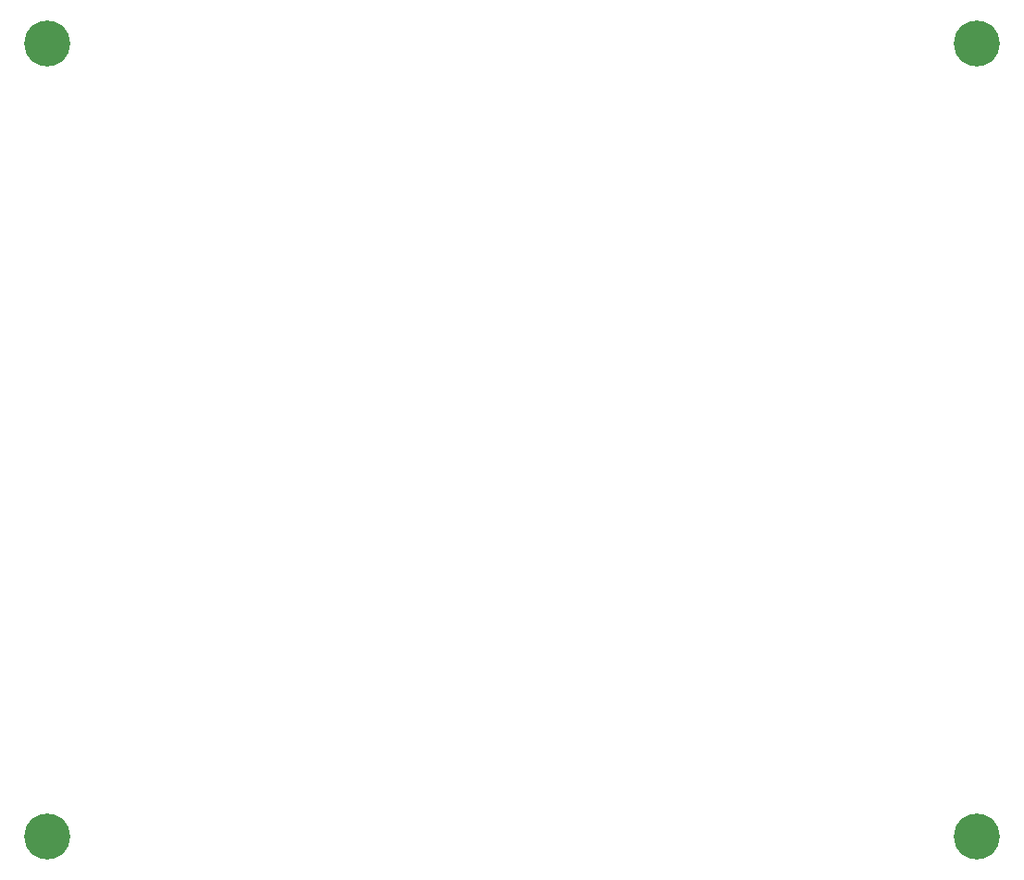
<source format=gts>
G04*
G04 #@! TF.GenerationSoftware,Altium Limited,Altium Designer,19.1.9 (167)*
G04*
G04 Layer_Color=8388736*
%FSLAX25Y25*%
%MOIN*%
G70*
G01*
G75*
%ADD10C,0.16548*%
D10*
X346457Y11811D02*
D03*
Y297244D02*
D03*
X11811D02*
D03*
Y11811D02*
D03*
M02*

</source>
